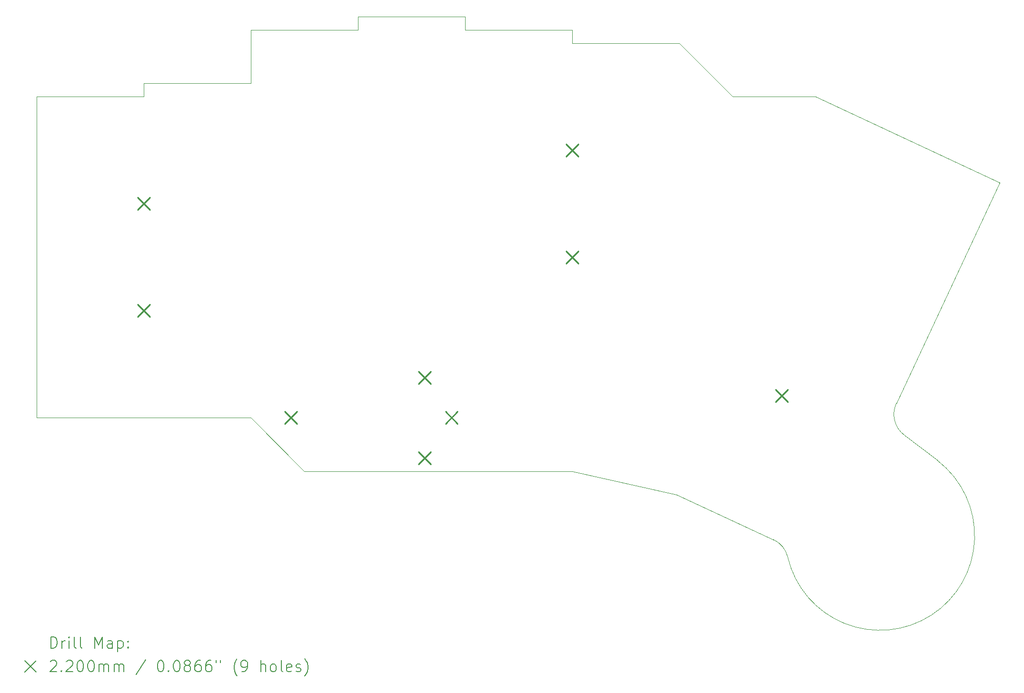
<source format=gbr>
%TF.GenerationSoftware,KiCad,Pcbnew,7.0.5*%
%TF.CreationDate,2024-03-19T15:00:47+08:00*%
%TF.ProjectId,J-50x,4a2d3530-782e-46b6-9963-61645f706362,rev?*%
%TF.SameCoordinates,Original*%
%TF.FileFunction,Drillmap*%
%TF.FilePolarity,Positive*%
%FSLAX45Y45*%
G04 Gerber Fmt 4.5, Leading zero omitted, Abs format (unit mm)*
G04 Created by KiCad (PCBNEW 7.0.5) date 2024-03-19 15:00:47*
%MOMM*%
%LPD*%
G01*
G04 APERTURE LIST*
%ADD10C,0.100000*%
%ADD11C,0.200000*%
%ADD12C,0.220000*%
G04 APERTURE END LIST*
D10*
X12977000Y-6984500D02*
X12977000Y-6746400D01*
X9167000Y-6508200D02*
X9167000Y-6746400D01*
X3452000Y-13652000D02*
X7262000Y-13652000D01*
X12977000Y-6746400D02*
X11072000Y-6746400D01*
X16814016Y-16134911D02*
G75*
G03*
X19478407Y-14414120I1639254J384960D01*
G01*
X20580402Y-9461523D02*
X18745424Y-13392777D01*
X18745423Y-13392777D02*
G75*
G03*
X18885957Y-13958718I415577J-197223D01*
G01*
X5357000Y-7698900D02*
X5357000Y-7937000D01*
X11072000Y-6508200D02*
X9167000Y-6508200D01*
X3452000Y-7937000D02*
X3452000Y-13652000D01*
X7262000Y-13652000D02*
X8214500Y-14604500D01*
X14837004Y-15016652D02*
X16563614Y-15821607D01*
X14882000Y-6984500D02*
X12977000Y-6984500D01*
X11072000Y-6746400D02*
X11072000Y-6508200D01*
X14837004Y-15016652D02*
X12977080Y-14604461D01*
X7262000Y-6746400D02*
X7262000Y-7698900D01*
X15834500Y-7937000D02*
X17309972Y-7937000D01*
X14882000Y-6984500D02*
X15834500Y-7937000D01*
X20580298Y-9461618D02*
X17309972Y-7937000D01*
X5357000Y-7937000D02*
X3452000Y-7937000D01*
X12977000Y-14604500D02*
X8214500Y-14604500D01*
X9167000Y-6746400D02*
X7262000Y-6746400D01*
X19478407Y-14414120D02*
X18885957Y-13958718D01*
X16814019Y-16134911D02*
G75*
G03*
X16563614Y-15821607I-447459J-100909D01*
G01*
X7262000Y-7698900D02*
X5357000Y-7698900D01*
D11*
D12*
X5247000Y-9732000D02*
X5467000Y-9952000D01*
X5467000Y-9732000D02*
X5247000Y-9952000D01*
X5247000Y-11637000D02*
X5467000Y-11857000D01*
X5467000Y-11637000D02*
X5247000Y-11857000D01*
X7866300Y-13542000D02*
X8086300Y-13762000D01*
X8086300Y-13542000D02*
X7866300Y-13762000D01*
X10247700Y-12827600D02*
X10467700Y-13047600D01*
X10467700Y-12827600D02*
X10247700Y-13047600D01*
X10247700Y-14256400D02*
X10467700Y-14476400D01*
X10467700Y-14256400D02*
X10247700Y-14476400D01*
X10723900Y-13542000D02*
X10943900Y-13762000D01*
X10943900Y-13542000D02*
X10723900Y-13762000D01*
X12867000Y-8779500D02*
X13087000Y-8999500D01*
X13087000Y-8779500D02*
X12867000Y-8999500D01*
X12867000Y-10684500D02*
X13087000Y-10904500D01*
X13087000Y-10684500D02*
X12867000Y-10904500D01*
X16596600Y-13151100D02*
X16816600Y-13371100D01*
X16816600Y-13151100D02*
X16596600Y-13371100D01*
D11*
X3707777Y-17750284D02*
X3707777Y-17550284D01*
X3707777Y-17550284D02*
X3755396Y-17550284D01*
X3755396Y-17550284D02*
X3783967Y-17559808D01*
X3783967Y-17559808D02*
X3803015Y-17578856D01*
X3803015Y-17578856D02*
X3812539Y-17597903D01*
X3812539Y-17597903D02*
X3822062Y-17635999D01*
X3822062Y-17635999D02*
X3822062Y-17664570D01*
X3822062Y-17664570D02*
X3812539Y-17702665D01*
X3812539Y-17702665D02*
X3803015Y-17721713D01*
X3803015Y-17721713D02*
X3783967Y-17740761D01*
X3783967Y-17740761D02*
X3755396Y-17750284D01*
X3755396Y-17750284D02*
X3707777Y-17750284D01*
X3907777Y-17750284D02*
X3907777Y-17616951D01*
X3907777Y-17655046D02*
X3917301Y-17635999D01*
X3917301Y-17635999D02*
X3926824Y-17626475D01*
X3926824Y-17626475D02*
X3945872Y-17616951D01*
X3945872Y-17616951D02*
X3964920Y-17616951D01*
X4031586Y-17750284D02*
X4031586Y-17616951D01*
X4031586Y-17550284D02*
X4022062Y-17559808D01*
X4022062Y-17559808D02*
X4031586Y-17569332D01*
X4031586Y-17569332D02*
X4041110Y-17559808D01*
X4041110Y-17559808D02*
X4031586Y-17550284D01*
X4031586Y-17550284D02*
X4031586Y-17569332D01*
X4155396Y-17750284D02*
X4136348Y-17740761D01*
X4136348Y-17740761D02*
X4126824Y-17721713D01*
X4126824Y-17721713D02*
X4126824Y-17550284D01*
X4260158Y-17750284D02*
X4241110Y-17740761D01*
X4241110Y-17740761D02*
X4231586Y-17721713D01*
X4231586Y-17721713D02*
X4231586Y-17550284D01*
X4488729Y-17750284D02*
X4488729Y-17550284D01*
X4488729Y-17550284D02*
X4555396Y-17693142D01*
X4555396Y-17693142D02*
X4622063Y-17550284D01*
X4622063Y-17550284D02*
X4622063Y-17750284D01*
X4803015Y-17750284D02*
X4803015Y-17645523D01*
X4803015Y-17645523D02*
X4793491Y-17626475D01*
X4793491Y-17626475D02*
X4774444Y-17616951D01*
X4774444Y-17616951D02*
X4736348Y-17616951D01*
X4736348Y-17616951D02*
X4717301Y-17626475D01*
X4803015Y-17740761D02*
X4783967Y-17750284D01*
X4783967Y-17750284D02*
X4736348Y-17750284D01*
X4736348Y-17750284D02*
X4717301Y-17740761D01*
X4717301Y-17740761D02*
X4707777Y-17721713D01*
X4707777Y-17721713D02*
X4707777Y-17702665D01*
X4707777Y-17702665D02*
X4717301Y-17683618D01*
X4717301Y-17683618D02*
X4736348Y-17674094D01*
X4736348Y-17674094D02*
X4783967Y-17674094D01*
X4783967Y-17674094D02*
X4803015Y-17664570D01*
X4898253Y-17616951D02*
X4898253Y-17816951D01*
X4898253Y-17626475D02*
X4917301Y-17616951D01*
X4917301Y-17616951D02*
X4955396Y-17616951D01*
X4955396Y-17616951D02*
X4974444Y-17626475D01*
X4974444Y-17626475D02*
X4983967Y-17635999D01*
X4983967Y-17635999D02*
X4993491Y-17655046D01*
X4993491Y-17655046D02*
X4993491Y-17712189D01*
X4993491Y-17712189D02*
X4983967Y-17731237D01*
X4983967Y-17731237D02*
X4974444Y-17740761D01*
X4974444Y-17740761D02*
X4955396Y-17750284D01*
X4955396Y-17750284D02*
X4917301Y-17750284D01*
X4917301Y-17750284D02*
X4898253Y-17740761D01*
X5079205Y-17731237D02*
X5088729Y-17740761D01*
X5088729Y-17740761D02*
X5079205Y-17750284D01*
X5079205Y-17750284D02*
X5069682Y-17740761D01*
X5069682Y-17740761D02*
X5079205Y-17731237D01*
X5079205Y-17731237D02*
X5079205Y-17750284D01*
X5079205Y-17626475D02*
X5088729Y-17635999D01*
X5088729Y-17635999D02*
X5079205Y-17645523D01*
X5079205Y-17645523D02*
X5069682Y-17635999D01*
X5069682Y-17635999D02*
X5079205Y-17626475D01*
X5079205Y-17626475D02*
X5079205Y-17645523D01*
X3247000Y-17978801D02*
X3447000Y-18178801D01*
X3447000Y-17978801D02*
X3247000Y-18178801D01*
X3698253Y-17989332D02*
X3707777Y-17979808D01*
X3707777Y-17979808D02*
X3726824Y-17970284D01*
X3726824Y-17970284D02*
X3774443Y-17970284D01*
X3774443Y-17970284D02*
X3793491Y-17979808D01*
X3793491Y-17979808D02*
X3803015Y-17989332D01*
X3803015Y-17989332D02*
X3812539Y-18008380D01*
X3812539Y-18008380D02*
X3812539Y-18027427D01*
X3812539Y-18027427D02*
X3803015Y-18055999D01*
X3803015Y-18055999D02*
X3688729Y-18170284D01*
X3688729Y-18170284D02*
X3812539Y-18170284D01*
X3898253Y-18151237D02*
X3907777Y-18160761D01*
X3907777Y-18160761D02*
X3898253Y-18170284D01*
X3898253Y-18170284D02*
X3888729Y-18160761D01*
X3888729Y-18160761D02*
X3898253Y-18151237D01*
X3898253Y-18151237D02*
X3898253Y-18170284D01*
X3983967Y-17989332D02*
X3993491Y-17979808D01*
X3993491Y-17979808D02*
X4012539Y-17970284D01*
X4012539Y-17970284D02*
X4060158Y-17970284D01*
X4060158Y-17970284D02*
X4079205Y-17979808D01*
X4079205Y-17979808D02*
X4088729Y-17989332D01*
X4088729Y-17989332D02*
X4098253Y-18008380D01*
X4098253Y-18008380D02*
X4098253Y-18027427D01*
X4098253Y-18027427D02*
X4088729Y-18055999D01*
X4088729Y-18055999D02*
X3974443Y-18170284D01*
X3974443Y-18170284D02*
X4098253Y-18170284D01*
X4222063Y-17970284D02*
X4241110Y-17970284D01*
X4241110Y-17970284D02*
X4260158Y-17979808D01*
X4260158Y-17979808D02*
X4269682Y-17989332D01*
X4269682Y-17989332D02*
X4279205Y-18008380D01*
X4279205Y-18008380D02*
X4288729Y-18046475D01*
X4288729Y-18046475D02*
X4288729Y-18094094D01*
X4288729Y-18094094D02*
X4279205Y-18132189D01*
X4279205Y-18132189D02*
X4269682Y-18151237D01*
X4269682Y-18151237D02*
X4260158Y-18160761D01*
X4260158Y-18160761D02*
X4241110Y-18170284D01*
X4241110Y-18170284D02*
X4222063Y-18170284D01*
X4222063Y-18170284D02*
X4203015Y-18160761D01*
X4203015Y-18160761D02*
X4193491Y-18151237D01*
X4193491Y-18151237D02*
X4183967Y-18132189D01*
X4183967Y-18132189D02*
X4174443Y-18094094D01*
X4174443Y-18094094D02*
X4174443Y-18046475D01*
X4174443Y-18046475D02*
X4183967Y-18008380D01*
X4183967Y-18008380D02*
X4193491Y-17989332D01*
X4193491Y-17989332D02*
X4203015Y-17979808D01*
X4203015Y-17979808D02*
X4222063Y-17970284D01*
X4412539Y-17970284D02*
X4431586Y-17970284D01*
X4431586Y-17970284D02*
X4450634Y-17979808D01*
X4450634Y-17979808D02*
X4460158Y-17989332D01*
X4460158Y-17989332D02*
X4469682Y-18008380D01*
X4469682Y-18008380D02*
X4479205Y-18046475D01*
X4479205Y-18046475D02*
X4479205Y-18094094D01*
X4479205Y-18094094D02*
X4469682Y-18132189D01*
X4469682Y-18132189D02*
X4460158Y-18151237D01*
X4460158Y-18151237D02*
X4450634Y-18160761D01*
X4450634Y-18160761D02*
X4431586Y-18170284D01*
X4431586Y-18170284D02*
X4412539Y-18170284D01*
X4412539Y-18170284D02*
X4393491Y-18160761D01*
X4393491Y-18160761D02*
X4383967Y-18151237D01*
X4383967Y-18151237D02*
X4374444Y-18132189D01*
X4374444Y-18132189D02*
X4364920Y-18094094D01*
X4364920Y-18094094D02*
X4364920Y-18046475D01*
X4364920Y-18046475D02*
X4374444Y-18008380D01*
X4374444Y-18008380D02*
X4383967Y-17989332D01*
X4383967Y-17989332D02*
X4393491Y-17979808D01*
X4393491Y-17979808D02*
X4412539Y-17970284D01*
X4564920Y-18170284D02*
X4564920Y-18036951D01*
X4564920Y-18055999D02*
X4574444Y-18046475D01*
X4574444Y-18046475D02*
X4593491Y-18036951D01*
X4593491Y-18036951D02*
X4622063Y-18036951D01*
X4622063Y-18036951D02*
X4641110Y-18046475D01*
X4641110Y-18046475D02*
X4650634Y-18065523D01*
X4650634Y-18065523D02*
X4650634Y-18170284D01*
X4650634Y-18065523D02*
X4660158Y-18046475D01*
X4660158Y-18046475D02*
X4679205Y-18036951D01*
X4679205Y-18036951D02*
X4707777Y-18036951D01*
X4707777Y-18036951D02*
X4726825Y-18046475D01*
X4726825Y-18046475D02*
X4736348Y-18065523D01*
X4736348Y-18065523D02*
X4736348Y-18170284D01*
X4831586Y-18170284D02*
X4831586Y-18036951D01*
X4831586Y-18055999D02*
X4841110Y-18046475D01*
X4841110Y-18046475D02*
X4860158Y-18036951D01*
X4860158Y-18036951D02*
X4888729Y-18036951D01*
X4888729Y-18036951D02*
X4907777Y-18046475D01*
X4907777Y-18046475D02*
X4917301Y-18065523D01*
X4917301Y-18065523D02*
X4917301Y-18170284D01*
X4917301Y-18065523D02*
X4926825Y-18046475D01*
X4926825Y-18046475D02*
X4945872Y-18036951D01*
X4945872Y-18036951D02*
X4974444Y-18036951D01*
X4974444Y-18036951D02*
X4993491Y-18046475D01*
X4993491Y-18046475D02*
X5003015Y-18065523D01*
X5003015Y-18065523D02*
X5003015Y-18170284D01*
X5393491Y-17960761D02*
X5222063Y-18217903D01*
X5650634Y-17970284D02*
X5669682Y-17970284D01*
X5669682Y-17970284D02*
X5688729Y-17979808D01*
X5688729Y-17979808D02*
X5698253Y-17989332D01*
X5698253Y-17989332D02*
X5707777Y-18008380D01*
X5707777Y-18008380D02*
X5717301Y-18046475D01*
X5717301Y-18046475D02*
X5717301Y-18094094D01*
X5717301Y-18094094D02*
X5707777Y-18132189D01*
X5707777Y-18132189D02*
X5698253Y-18151237D01*
X5698253Y-18151237D02*
X5688729Y-18160761D01*
X5688729Y-18160761D02*
X5669682Y-18170284D01*
X5669682Y-18170284D02*
X5650634Y-18170284D01*
X5650634Y-18170284D02*
X5631586Y-18160761D01*
X5631586Y-18160761D02*
X5622063Y-18151237D01*
X5622063Y-18151237D02*
X5612539Y-18132189D01*
X5612539Y-18132189D02*
X5603015Y-18094094D01*
X5603015Y-18094094D02*
X5603015Y-18046475D01*
X5603015Y-18046475D02*
X5612539Y-18008380D01*
X5612539Y-18008380D02*
X5622063Y-17989332D01*
X5622063Y-17989332D02*
X5631586Y-17979808D01*
X5631586Y-17979808D02*
X5650634Y-17970284D01*
X5803015Y-18151237D02*
X5812539Y-18160761D01*
X5812539Y-18160761D02*
X5803015Y-18170284D01*
X5803015Y-18170284D02*
X5793491Y-18160761D01*
X5793491Y-18160761D02*
X5803015Y-18151237D01*
X5803015Y-18151237D02*
X5803015Y-18170284D01*
X5936348Y-17970284D02*
X5955396Y-17970284D01*
X5955396Y-17970284D02*
X5974444Y-17979808D01*
X5974444Y-17979808D02*
X5983967Y-17989332D01*
X5983967Y-17989332D02*
X5993491Y-18008380D01*
X5993491Y-18008380D02*
X6003015Y-18046475D01*
X6003015Y-18046475D02*
X6003015Y-18094094D01*
X6003015Y-18094094D02*
X5993491Y-18132189D01*
X5993491Y-18132189D02*
X5983967Y-18151237D01*
X5983967Y-18151237D02*
X5974444Y-18160761D01*
X5974444Y-18160761D02*
X5955396Y-18170284D01*
X5955396Y-18170284D02*
X5936348Y-18170284D01*
X5936348Y-18170284D02*
X5917301Y-18160761D01*
X5917301Y-18160761D02*
X5907777Y-18151237D01*
X5907777Y-18151237D02*
X5898253Y-18132189D01*
X5898253Y-18132189D02*
X5888729Y-18094094D01*
X5888729Y-18094094D02*
X5888729Y-18046475D01*
X5888729Y-18046475D02*
X5898253Y-18008380D01*
X5898253Y-18008380D02*
X5907777Y-17989332D01*
X5907777Y-17989332D02*
X5917301Y-17979808D01*
X5917301Y-17979808D02*
X5936348Y-17970284D01*
X6117301Y-18055999D02*
X6098253Y-18046475D01*
X6098253Y-18046475D02*
X6088729Y-18036951D01*
X6088729Y-18036951D02*
X6079206Y-18017903D01*
X6079206Y-18017903D02*
X6079206Y-18008380D01*
X6079206Y-18008380D02*
X6088729Y-17989332D01*
X6088729Y-17989332D02*
X6098253Y-17979808D01*
X6098253Y-17979808D02*
X6117301Y-17970284D01*
X6117301Y-17970284D02*
X6155396Y-17970284D01*
X6155396Y-17970284D02*
X6174444Y-17979808D01*
X6174444Y-17979808D02*
X6183967Y-17989332D01*
X6183967Y-17989332D02*
X6193491Y-18008380D01*
X6193491Y-18008380D02*
X6193491Y-18017903D01*
X6193491Y-18017903D02*
X6183967Y-18036951D01*
X6183967Y-18036951D02*
X6174444Y-18046475D01*
X6174444Y-18046475D02*
X6155396Y-18055999D01*
X6155396Y-18055999D02*
X6117301Y-18055999D01*
X6117301Y-18055999D02*
X6098253Y-18065523D01*
X6098253Y-18065523D02*
X6088729Y-18075046D01*
X6088729Y-18075046D02*
X6079206Y-18094094D01*
X6079206Y-18094094D02*
X6079206Y-18132189D01*
X6079206Y-18132189D02*
X6088729Y-18151237D01*
X6088729Y-18151237D02*
X6098253Y-18160761D01*
X6098253Y-18160761D02*
X6117301Y-18170284D01*
X6117301Y-18170284D02*
X6155396Y-18170284D01*
X6155396Y-18170284D02*
X6174444Y-18160761D01*
X6174444Y-18160761D02*
X6183967Y-18151237D01*
X6183967Y-18151237D02*
X6193491Y-18132189D01*
X6193491Y-18132189D02*
X6193491Y-18094094D01*
X6193491Y-18094094D02*
X6183967Y-18075046D01*
X6183967Y-18075046D02*
X6174444Y-18065523D01*
X6174444Y-18065523D02*
X6155396Y-18055999D01*
X6364920Y-17970284D02*
X6326825Y-17970284D01*
X6326825Y-17970284D02*
X6307777Y-17979808D01*
X6307777Y-17979808D02*
X6298253Y-17989332D01*
X6298253Y-17989332D02*
X6279206Y-18017903D01*
X6279206Y-18017903D02*
X6269682Y-18055999D01*
X6269682Y-18055999D02*
X6269682Y-18132189D01*
X6269682Y-18132189D02*
X6279206Y-18151237D01*
X6279206Y-18151237D02*
X6288729Y-18160761D01*
X6288729Y-18160761D02*
X6307777Y-18170284D01*
X6307777Y-18170284D02*
X6345872Y-18170284D01*
X6345872Y-18170284D02*
X6364920Y-18160761D01*
X6364920Y-18160761D02*
X6374444Y-18151237D01*
X6374444Y-18151237D02*
X6383967Y-18132189D01*
X6383967Y-18132189D02*
X6383967Y-18084570D01*
X6383967Y-18084570D02*
X6374444Y-18065523D01*
X6374444Y-18065523D02*
X6364920Y-18055999D01*
X6364920Y-18055999D02*
X6345872Y-18046475D01*
X6345872Y-18046475D02*
X6307777Y-18046475D01*
X6307777Y-18046475D02*
X6288729Y-18055999D01*
X6288729Y-18055999D02*
X6279206Y-18065523D01*
X6279206Y-18065523D02*
X6269682Y-18084570D01*
X6555396Y-17970284D02*
X6517301Y-17970284D01*
X6517301Y-17970284D02*
X6498253Y-17979808D01*
X6498253Y-17979808D02*
X6488729Y-17989332D01*
X6488729Y-17989332D02*
X6469682Y-18017903D01*
X6469682Y-18017903D02*
X6460158Y-18055999D01*
X6460158Y-18055999D02*
X6460158Y-18132189D01*
X6460158Y-18132189D02*
X6469682Y-18151237D01*
X6469682Y-18151237D02*
X6479206Y-18160761D01*
X6479206Y-18160761D02*
X6498253Y-18170284D01*
X6498253Y-18170284D02*
X6536348Y-18170284D01*
X6536348Y-18170284D02*
X6555396Y-18160761D01*
X6555396Y-18160761D02*
X6564920Y-18151237D01*
X6564920Y-18151237D02*
X6574444Y-18132189D01*
X6574444Y-18132189D02*
X6574444Y-18084570D01*
X6574444Y-18084570D02*
X6564920Y-18065523D01*
X6564920Y-18065523D02*
X6555396Y-18055999D01*
X6555396Y-18055999D02*
X6536348Y-18046475D01*
X6536348Y-18046475D02*
X6498253Y-18046475D01*
X6498253Y-18046475D02*
X6479206Y-18055999D01*
X6479206Y-18055999D02*
X6469682Y-18065523D01*
X6469682Y-18065523D02*
X6460158Y-18084570D01*
X6650634Y-17970284D02*
X6650634Y-18008380D01*
X6726825Y-17970284D02*
X6726825Y-18008380D01*
X7022063Y-18246475D02*
X7012539Y-18236951D01*
X7012539Y-18236951D02*
X6993491Y-18208380D01*
X6993491Y-18208380D02*
X6983968Y-18189332D01*
X6983968Y-18189332D02*
X6974444Y-18160761D01*
X6974444Y-18160761D02*
X6964920Y-18113142D01*
X6964920Y-18113142D02*
X6964920Y-18075046D01*
X6964920Y-18075046D02*
X6974444Y-18027427D01*
X6974444Y-18027427D02*
X6983968Y-17998856D01*
X6983968Y-17998856D02*
X6993491Y-17979808D01*
X6993491Y-17979808D02*
X7012539Y-17951237D01*
X7012539Y-17951237D02*
X7022063Y-17941713D01*
X7107777Y-18170284D02*
X7145872Y-18170284D01*
X7145872Y-18170284D02*
X7164920Y-18160761D01*
X7164920Y-18160761D02*
X7174444Y-18151237D01*
X7174444Y-18151237D02*
X7193491Y-18122665D01*
X7193491Y-18122665D02*
X7203015Y-18084570D01*
X7203015Y-18084570D02*
X7203015Y-18008380D01*
X7203015Y-18008380D02*
X7193491Y-17989332D01*
X7193491Y-17989332D02*
X7183968Y-17979808D01*
X7183968Y-17979808D02*
X7164920Y-17970284D01*
X7164920Y-17970284D02*
X7126825Y-17970284D01*
X7126825Y-17970284D02*
X7107777Y-17979808D01*
X7107777Y-17979808D02*
X7098253Y-17989332D01*
X7098253Y-17989332D02*
X7088729Y-18008380D01*
X7088729Y-18008380D02*
X7088729Y-18055999D01*
X7088729Y-18055999D02*
X7098253Y-18075046D01*
X7098253Y-18075046D02*
X7107777Y-18084570D01*
X7107777Y-18084570D02*
X7126825Y-18094094D01*
X7126825Y-18094094D02*
X7164920Y-18094094D01*
X7164920Y-18094094D02*
X7183968Y-18084570D01*
X7183968Y-18084570D02*
X7193491Y-18075046D01*
X7193491Y-18075046D02*
X7203015Y-18055999D01*
X7441110Y-18170284D02*
X7441110Y-17970284D01*
X7526825Y-18170284D02*
X7526825Y-18065523D01*
X7526825Y-18065523D02*
X7517301Y-18046475D01*
X7517301Y-18046475D02*
X7498253Y-18036951D01*
X7498253Y-18036951D02*
X7469682Y-18036951D01*
X7469682Y-18036951D02*
X7450634Y-18046475D01*
X7450634Y-18046475D02*
X7441110Y-18055999D01*
X7650634Y-18170284D02*
X7631587Y-18160761D01*
X7631587Y-18160761D02*
X7622063Y-18151237D01*
X7622063Y-18151237D02*
X7612539Y-18132189D01*
X7612539Y-18132189D02*
X7612539Y-18075046D01*
X7612539Y-18075046D02*
X7622063Y-18055999D01*
X7622063Y-18055999D02*
X7631587Y-18046475D01*
X7631587Y-18046475D02*
X7650634Y-18036951D01*
X7650634Y-18036951D02*
X7679206Y-18036951D01*
X7679206Y-18036951D02*
X7698253Y-18046475D01*
X7698253Y-18046475D02*
X7707777Y-18055999D01*
X7707777Y-18055999D02*
X7717301Y-18075046D01*
X7717301Y-18075046D02*
X7717301Y-18132189D01*
X7717301Y-18132189D02*
X7707777Y-18151237D01*
X7707777Y-18151237D02*
X7698253Y-18160761D01*
X7698253Y-18160761D02*
X7679206Y-18170284D01*
X7679206Y-18170284D02*
X7650634Y-18170284D01*
X7831587Y-18170284D02*
X7812539Y-18160761D01*
X7812539Y-18160761D02*
X7803015Y-18141713D01*
X7803015Y-18141713D02*
X7803015Y-17970284D01*
X7983968Y-18160761D02*
X7964920Y-18170284D01*
X7964920Y-18170284D02*
X7926825Y-18170284D01*
X7926825Y-18170284D02*
X7907777Y-18160761D01*
X7907777Y-18160761D02*
X7898253Y-18141713D01*
X7898253Y-18141713D02*
X7898253Y-18065523D01*
X7898253Y-18065523D02*
X7907777Y-18046475D01*
X7907777Y-18046475D02*
X7926825Y-18036951D01*
X7926825Y-18036951D02*
X7964920Y-18036951D01*
X7964920Y-18036951D02*
X7983968Y-18046475D01*
X7983968Y-18046475D02*
X7993491Y-18065523D01*
X7993491Y-18065523D02*
X7993491Y-18084570D01*
X7993491Y-18084570D02*
X7898253Y-18103618D01*
X8069682Y-18160761D02*
X8088730Y-18170284D01*
X8088730Y-18170284D02*
X8126825Y-18170284D01*
X8126825Y-18170284D02*
X8145872Y-18160761D01*
X8145872Y-18160761D02*
X8155396Y-18141713D01*
X8155396Y-18141713D02*
X8155396Y-18132189D01*
X8155396Y-18132189D02*
X8145872Y-18113142D01*
X8145872Y-18113142D02*
X8126825Y-18103618D01*
X8126825Y-18103618D02*
X8098253Y-18103618D01*
X8098253Y-18103618D02*
X8079206Y-18094094D01*
X8079206Y-18094094D02*
X8069682Y-18075046D01*
X8069682Y-18075046D02*
X8069682Y-18065523D01*
X8069682Y-18065523D02*
X8079206Y-18046475D01*
X8079206Y-18046475D02*
X8098253Y-18036951D01*
X8098253Y-18036951D02*
X8126825Y-18036951D01*
X8126825Y-18036951D02*
X8145872Y-18046475D01*
X8222063Y-18246475D02*
X8231587Y-18236951D01*
X8231587Y-18236951D02*
X8250634Y-18208380D01*
X8250634Y-18208380D02*
X8260158Y-18189332D01*
X8260158Y-18189332D02*
X8269682Y-18160761D01*
X8269682Y-18160761D02*
X8279206Y-18113142D01*
X8279206Y-18113142D02*
X8279206Y-18075046D01*
X8279206Y-18075046D02*
X8269682Y-18027427D01*
X8269682Y-18027427D02*
X8260158Y-17998856D01*
X8260158Y-17998856D02*
X8250634Y-17979808D01*
X8250634Y-17979808D02*
X8231587Y-17951237D01*
X8231587Y-17951237D02*
X8222063Y-17941713D01*
M02*

</source>
